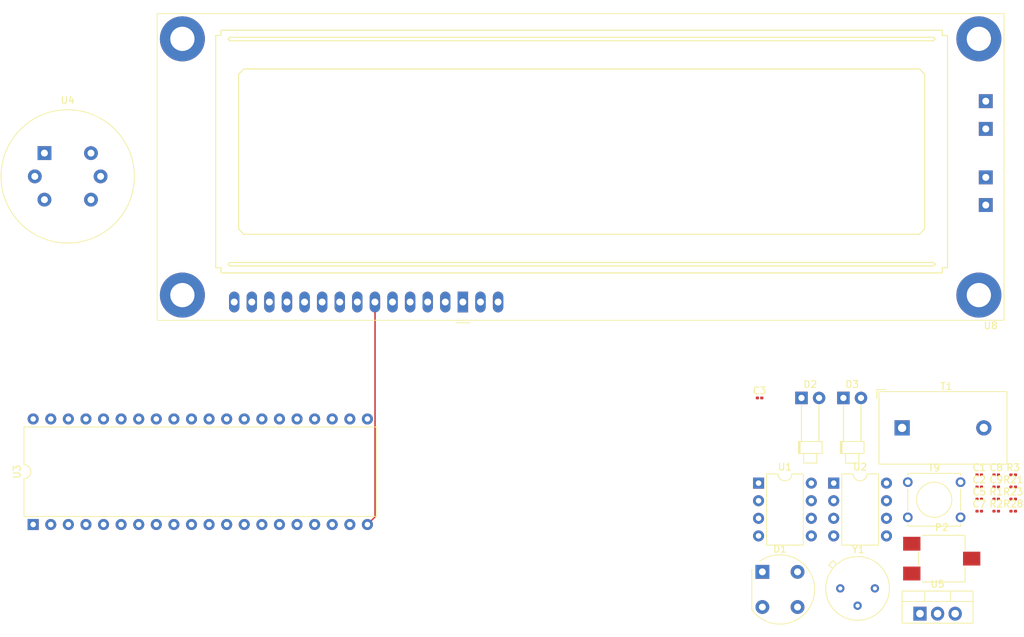
<source format=kicad_pcb>
(kicad_pcb (version 20240108) (generator "pcbnew") (generator_version "8.0")
  (layers (0 "F.Cu" signal) (31 "B.Cu" signal) (34 "B.Paste" user) (35 "F.Paste" user) (36 "B.SilkS" user "B.Silkscreen") (37 "F.SilkS" user "F.Silkscreen") (38 "B.Mask" user) (39 "F.Mask" user) (44 "Edge.Cuts" user))
  (net 0 "")
  (net 2 "Net-(D1-+)")
  (net 3 "Net-(U3-VCC)")
  (net 11 "Net-(U3-~{RESET})")
  (net 14 "Net-(C8-Pad1)")
  (net 17 "Net-(C9-Pad1)")
  (net 18 "Net-(U3-PC6)")
  (net 21 "Net-(T1-SA)")
  (net 23 "Net-(U3-PC4)")
  (net 28 "Net-(U3-PA2)")
  (net 30 "Net-(T1-SB)")
  (net 32 "Net-(U3-PC7)")
  (net 35 "Net-(U3-PD6)")
  (net 39 "Net-(U3-PC5)")
  (net 40 "Net-(D2-A)")
  (net 41 "Net-(D2-K)")
  (net 42 "Net-(D3-A)")
  (net 43 "Net-(D3-K)")
  (net 44 "Net-(U3-PA7)")
  (net 45 "Net-(R23-Pad1)")
  (net 46 "GND")
  (net 47 "Net-(U8-A{slash}VEE)")
  (net 52 "220V")
  (net 55 "Net-(U3-XTAL1)")
  (footprint "Resistor_SMD:R_0201_0603Metric" (layer "F.Cu") (at 187.38 89.45)
    (property "Reference" "R3" (at 0 -1.05 0) (layer "F.SilkS"))
    (property "Value" "10k")
    (pad "1" smd roundrect (at -0.32 0) (size 0.46 0.4) (layers "F.Cu" "F.Mask") (net 43 "Net-(D3-K)"))
    (pad "2" smd roundrect (at 0.32 0) (size 0.46 0.4) (layers "F.Cu" "F.Mask") (net 46 "GND"))
  )
  (footprint "Display:LCD-016N002L" (layer "F.Cu") (at 107.92 64.5 180)
    (property "Reference" "U8" (at -76.21 -3.41 0) (layer "F.SilkS"))
    (property "Value" "LCD-016N002L")
    (fp_line (start 44.14 -2.64) (end 44.14 41.64) (stroke (width 0.12)) (layer "F.SilkS"))
    (fp_line (start 44.14 -2.64) (end -78.14 -2.64) (stroke (width 0.12)) (layer "F.SilkS"))
    (fp_line (start 35.687 38.481) (end 35.687 4.953) (stroke (width 0.15)) (layer "F.SilkS"))
    (fp_line (start 35.687 38.481) (end 34.925 38.481) (stroke (width 0.15)) (layer "F.SilkS"))
    (fp_line (start 34.925 38.481) (end 34.925 39.243) (stroke (width 0.15)) (layer "F.SilkS"))
    (fp_line (start 34.925 4.953) (end 35.687 4.953) (stroke (width 0.15)) (layer "F.SilkS"))
    (fp_line (start 34.925 4.191) (end 34.925 4.953) (stroke (width 0.15)) (layer "F.SilkS"))
    (fp_line (start 34.925 4.191) (end -69.215 4.191) (stroke (width 0.15)) (layer "F.SilkS"))
    (fp_line (start 33.909 37.973) (end 33.655 37.719) (stroke (width 0.15)) (layer "F.SilkS"))
    (fp_line (start 33.909 5.461) (end 33.655 5.715) (stroke (width 0.15)) (layer "F.SilkS"))
    (fp_line (start 33.655 38.227) (end 33.909 37.973) (stroke (width 0.15)) (layer "F.SilkS"))
    (fp_line (start 33.655 37.719) (end -67.945 37.719) (stroke (width 0.15)) (layer "F.SilkS"))
    (fp_line (start 33.655 5.207) (end 33.909 5.461) (stroke (width 0.15)) (layer "F.SilkS"))
    (fp_line (start 33.655 5.207) (end -67.945 5.207) (stroke (width 0.15)) (layer "F.SilkS"))
    (fp_line (start 32.385 32.893) (end 31.623 33.655) (stroke (width 0.15)) (layer "F.SilkS"))
    (fp_line (start 32.385 10.541) (end 32.385 32.893) (stroke (width 0.15)) (layer "F.SilkS"))
    (fp_line (start 31.623 33.655) (end -65.913 33.655) (stroke (width 0.15)) (layer "F.SilkS"))
    (fp_line (start 31.623 9.779) (end 32.385 10.541) (stroke (width 0.15)) (layer "F.SilkS"))
    (fp_line (start -1 -3) (end 1 -3) (stroke (width 0.12)) (layer "F.SilkS"))
    (fp_line (start -65.913 33.655) (end -66.675 32.893) (stroke (width 0.15)) (layer "F.SilkS"))
    (fp_line (start -65.913 9.779) (end 31.623 9.779) (stroke (width 0.15)) (layer "F.SilkS"))
    (fp_line (start -66.675 32.893) (end -66.675 10.541) (stroke (width 0.15)) (layer "F.SilkS"))
    (fp_line (start -66.675 10.541) (end -65.913 9.779) (stroke (width 0.15)) (layer "F.SilkS"))
    (fp_line (start -67.945 38.227) (end 33.655 38.227) (stroke (width 0.15)) (layer "F.SilkS"))
    (fp_line (start -67.945 37.719) (end -68.199 37.973) (stroke (width 0.15)) (layer "F.SilkS"))
    (fp_line (start -67.945 5.715) (end 33.655 5.715) (stroke (width 0.15)) (layer "F.SilkS"))
    (fp_line (start -67.945 5.207) (end -68.199 5.461) (stroke (width 0.15)) (layer "F.SilkS"))
    (fp_line (start -68.199 37.973) (end -67.945 38.227) (stroke (width 0.15)) (layer "F.SilkS"))
    (fp_line (start -68.199 5.461) (end -67.945 5.715) (stroke (width 0.15)) (layer "F.SilkS"))
    (fp_line (start -69.215 39.243) (end 34.925 39.243) (stroke (width 0.15)) (layer "F.SilkS"))
    (fp_line (start -69.215 39.243) (end -69.215 38.481) (stroke (width 0.15)) (layer "F.SilkS"))
    (fp_line (start -69.215 38.481) (end -69.977 38.481) (stroke (width 0.15)) (layer "F.SilkS"))
    (fp_line (start -69.215 4.953) (end -69.977 4.953) (stroke (width 0.15)) (layer "F.SilkS"))
    (fp_line (start -69.215 4.191) (end -69.215 4.953) (stroke (width 0.15)) (layer "F.SilkS"))
    (fp_line (start -69.977 4.953) (end -69.977 38.481) (stroke (width 0.15)) (layer "F.SilkS"))
    (fp_line (start -78.14 41.64) (end 44.14 41.64) (stroke (width 0.12)) (layer "F.SilkS"))
    (fp_line (start -78.14 -2.64) (end -78.14 41.64) (stroke (width 0.12)) (layer "F.SilkS"))
    (pad "" thru_hole circle (at -74.5 1) (size 6.5 6.5) (drill 3.5) (layers "*.Cu" "*.Mask"))
    (pad "" thru_hole circle (at -74.5 38) (size 6.5 6.5) (drill 3.5) (layers "*.Cu" "*.Mask"))
    (pad "" thru_hole circle (at 40.5 1) (size 6.5 6.5) (drill 3.5) (layers "*.Cu" "*.Mask"))
    (pad "" thru_hole circle (at 40.5 38) (size 6.5 6.5) (drill 3.5) (layers "*.Cu" "*.Mask"))
    (pad "1" thru_hole rect (at 0 0) (size 1.5 3) (drill 1) (layers "*.Cu" "*.Mask") (net 46 "GND"))
    (pad "2" thru_hole oval (at 2.54 0) (size 1.5 3) (drill 1) (layers "*.Cu" "*.Mask") (net 3 "Net-(U3-VCC)"))
    (pad "3" thru_hole oval (at 5.08 0) (size 1.5 3) (drill 1) (layers "*.Cu" "*.Mask"))
    (pad "4" thru_hole oval (at 7.62 0) (size 1.5 3) (drill 1) (layers "*.Cu" "*.Mask") (net 28 "Net-(U3-PA2)"))
    (pad "5" thru_hole oval (at 10.16 0) (size 1.5 3) (drill 1) (layers "*.Cu" "*.Mask") (net 46 "GND"))
    (pad "6" thru_hole oval (at 12.7 0) (size 1.5 3) (drill 1) (layers "*.Cu" "*.Mask") (net 35 "Net-(U3-PD6)"))
    (pad "7" thru_hole oval (at 15.24 0) (size 1.5 3) (drill 1) (layers "*.Cu" "*.Mask") (net 46 "GND"))
    (pad "8" thru_hole oval (at 17.78 0) (size 1.5 3) (drill 1) (layers "*.Cu" "*.Mask") (net 46 "GND"))
    (pad "9" thru_hole oval (at 20.32 0) (size 1.5 3) (drill 1) (layers "*.Cu" "*.Mask") (net 46 "GND"))
    (pad "10" thru_hole oval (at 22.86 0) (size 1.5 3) (drill 1) (layers "*.Cu" "*.Mask") (net 46 "GND"))
    (pad "11" thru_hole oval (at 25.4 0) (size 1.5 3) (drill 1) (layers "*.Cu" "*.Mask") (net 23 "Net-(U3-PC4)"))
    (pad "12" thru_hole oval (at 27.94 0) (size 1.5 3) (drill 1) (layers "*.Cu" "*.Mask") (net 39 "Net-(U3-PC5)"))
    (pad "13" thru_hole oval (at 30.48 0) (size 1.5 3) (drill 1) (layers "*.Cu" "*.Mask") (net 18 "Net-(U3-PC6)"))
    (pad "14" thru_hole oval (at 33.02 0) (size 1.5 3) (drill 1) (layers "*.Cu" "*.Mask") (net 32 "Net-(U3-PC7)"))
    (pad "15" thru_hole oval (at -2.54 0) (size 1.5 3) (drill 1) (layers "*.Cu" "*.Mask") (net 47 "Net-(U8-A{slash}VEE)"))
    (pad "16" thru_hole oval (at -5.08 0) (size 1.5 3) (drill 1) (layers "*.Cu" "*.Mask"))
    (pad "A1" thru_hole rect (at -75.5 14) (size 2 2) (drill 1) (layers "*.Cu" "*.Mask"))
    (pad "A2" thru_hole rect (at -75.5 25) (size 2 2) (drill 1) (layers "*.Cu" "*.Mask"))
    (pad "K1" thru_hole rect (at -75.5 18) (size 2 2) (drill 1) (layers "*.Cu" "*.Mask"))
    (pad "K2" thru_hole rect (at -75.5 29) (size 2 2) (drill 1) (layers "*.Cu" "*.Mask"))
  )
  (footprint "Resistor_SMD:R_0201_0603Metric" (layer "F.Cu") (at 184.93 94.7)
    (property "Reference" "R2" (at 0 -1.05 0) (layer "F.SilkS"))
    (property "Value" "10k")
    (pad "1" smd roundrect (at -0.32 0) (size 0.46 0.4) (layers "F.Cu" "F.Mask") (net 46 "GND"))
    (pad "2" smd roundrect (at 0.32 0) (size 0.46 0.4) (layers "F.Cu" "F.Mask") (net 41 "Net-(D2-K)"))
  )
  (footprint "Capacitor_SMD:C_0201_0603Metric" (layer "F.Cu") (at 182.48 94.7)
    (property "Reference" "C7" (at 0 -1.05 0) (layer "F.SilkS"))
    (property "Value" "100nF")
    (pad "1" smd roundrect (at -0.32 0) (size 0.46 0.4) (layers "F.Cu" "F.Mask") (net 3 "Net-(U3-VCC)"))
    (pad "2" smd roundrect (at 0.32 0) (size 0.46 0.4) (layers "F.Cu" "F.Mask") (net 46 "GND"))
  )
  (footprint "Package_DIP:DIP-40_W15.24mm" (layer "F.Cu") (at 45.875 96.625 90)
    (property "Reference" "U3" (at 7.62 -2.33 90) (layer "F.SilkS"))
    (property "Value" "ATmega32L-8P")
    (fp_line (start 14.08 -1.33) (end 8.62 -1.33) (stroke (width 0.12)) (layer "F.SilkS"))
    (fp_line (start 6.62 -1.33) (end 1.16 -1.33) (stroke (width 0.12)) (layer "F.SilkS"))
    (fp_line (start 1.16 -1.33) (end 1.16 49.59) (stroke (width 0.12)) (layer "F.SilkS"))
    (fp_line (start 14.08 49.59) (end 14.08 -1.33) (stroke (width 0.12)) (layer "F.SilkS"))
    (fp_line (start 1.16 49.59) (end 14.08 49.59) (stroke (width 0.12)) (layer "F.SilkS"))
    (fp_arc (start 8.62 -1.33) (mid 7.62 -0.33) (end 6.62 -1.33) (stroke (width 0.12)) (layer "F.SilkS"))
    (pad "1" thru_hole rect (at 0 0 90) (size 1.6 1.6) (drill 0.8) (layers "*.Cu" "*.Mask"))
    (pad "2" thru_hole oval (at 0 2.54 90) (size 1.6 1.6) (drill 0.8) (layers "*.Cu" "*.Mask"))
    (pad "3" thru_hole oval (at 0 5.08 90) (size 1.6 1.6) (drill 0.8) (layers "*.Cu" "*.Mask"))
    (pad "4" thru_hole oval (at 0 7.62 90) (size 1.6 1.6) (drill 0.8) (layers "*.Cu" "*.Mask"))
    (pad "5" thru_hole oval (at 0 10.16 90) (size 1.6 1.6) (drill 0.8) (layers "*.Cu" "*.Mask"))
    (pad "6" thru_hole oval (at 0 12.7 90) (size 1.6 1.6) (drill 0.8) (layers "*.Cu" "*.Mask"))
    (pad "7" thru_hole oval (at 0 15.24 90) (size 1.6 1.6) (drill 0.8) (layers "*.Cu" "*.Mask"))
    (pad "8" thru_hole oval (at 0 17.78 90) (size 1.6 1.6) (drill 0.8) (layers "*.Cu" "*.Mask"))
    (pad "9" thru_hole oval (at 0 20.32 90) (size 1.6 1.6) (drill 0.8) (layers "*.Cu" "*.Mask") (net 11 "Net-(U3-~{RESET})"))
    (pad "10" thru_hole oval (at 0 22.86 90) (size 1.6 1.6) (drill 0.8) (layers "*.Cu" "*.Mask") (net 3 "Net-(U3-VCC)"))
    (pad "11" thru_hole oval (at 0 25.4 90) (size 1.6 1.6) (drill 0.8) (layers "*.Cu" "*.Mask") (net 46 "GND"))
    (pad "12" thru_hole oval (at 0 27.94 90) (size 1.6 1.6) (drill 0.8) (layers "*.Cu" "*.Mask"))
    (pad "13" thru_hole oval (at 0 30.48 90) (size 1.6 1.6) (drill 0.8) (layers "*.Cu" "*.Mask") (net 55 "Net-(U3-XTAL1)"))
    (pad "14" thru_hole oval (at 0 33.02 90) (size 1.6 1.6) (drill 0.8) (layers "*.Cu" "*.Mask") (net 40 "Net-(D2-A)"))
    (pad "15" thru_hole oval (at 0 35.56 90) (size 1.6 1.6) (drill 0.8) (layers "*.Cu" "*.Mask") (net 42 "Net-(D3-A)"))
    (pad "16" thru_hole oval (at 0 38.1 90) (size 1.6 1.6) (drill 0.8) (layers "*.Cu" "*.Mask"))
    (pad "17" thru_hole oval (at 0 40.64 90) (size 1.6 1.6) (drill 0.8) (layers "*.Cu" "*.Mask"))
    (pad "18" thru_hole oval (at 0 43.18 90) (size 1.6 1.6) (drill 0.8) (layers "*.Cu" "*.Mask"))
    (pad "19" thru_hole oval (at 0 45.72 90) (size 1.6 1.6) (drill 0.8) (layers "*.Cu" "*.Mask"))
    (pad "20" thru_hole oval (at 0 48.26 90) (size 1.6 1.6) (drill 0.8) (layers "*.Cu" "*.Mask") (net 35 "Net-(U3-PD6)"))
    (pad "21" thru_hole oval (at 15.24 48.26 90) (size 1.6 1.6) (drill 0.8) (layers "*.Cu" "*.Mask"))
    (pad "22" thru_hole oval (at 15.24 45.72 90) (size 1.6 1.6) (drill 0.8) (layers "*.Cu" "*.Mask"))
    (pad "23" thru_hole oval (at 15.24 43.18 90) (size 1.6 1.6) (drill 0.8) (layers "*.Cu" "*.Mask"))
    (pad "24" thru_hole oval (at 15.24 40.64 90) (size 1.6 1.6) (drill 0.8) (layers "*.Cu" "*.Mask"))
    (pad "25" thru_hole oval (at 15.24 38.1 90) (size 1.6 1.6) (drill 0.8) (layers "*.Cu" "*.Mask"))
    (pad "26" thru_hole oval (at 15.24 35.56 90) (size 1.6 1.6) (drill 0.8) (layers "*.Cu" "*.Mask") (net 23 "Net-(U3-PC4)"))
    (pad "27" thru_hole oval (at 15.24 33.02 90) (size 1.6 1.6) (drill 0.8) (layers "*.Cu" "*.Mask") (net 39 "Net-(U3-PC5)"))
    (pad "28" thru_hole oval (at 15.24 30.48 90) (size 1.6 1.6) (drill 0.8) (layers "*.Cu" "*.Mask") (net 18 "Net-(U3-PC6)"))
    (pad "29" thru_hole oval (at 15.24 27.94 90) (size 1.6 1.6) (drill 0.8) (layers "*.Cu" "*.Mask") (net 32 "Net-(U3-PC7)"))
    (pad "30" thru_hole oval (at 15.24 25.4 90) (size 1.6 1.6) (drill 0.8) (layers "*.Cu" "*.Mask"))
    (pad "31" thru_hole oval (at 15.24 22.86 90) (size 1.6 1.6) (drill 0.8) (layers "*.Cu" "*.Mask") (net 46 "GND"))
    (pad "32" thru_hole oval (at 15.24 20.32 90) (size 1.6 1.6) (drill 0.8) (layers "*.Cu" "*.Mask"))
    (pad "33" thru_hole oval (at 15.24 17.78 90) (size 1.6 1.6) (drill 0.8) (layers "*.Cu" "*.Mask") (net 44 "Net-(U3-PA7)"))
    (pad "34" thru_hole oval (at 15.24 15.24 90) (size 1.6 1.6) (drill 0.8) (layers "*.Cu" "*.Mask"))
    (pad "35" thru_hole oval (at 15.24 12.7 90) (size 1.6 1.6) (drill 0.8) (layers "*.Cu" "*.Mask"))
    (pad "36" thru_hole oval (at 15.24 10.16 90) (size 1.6 1.6) (drill 0.8) (layers "*.Cu" "*.Mask"))
    (pad "37" thru_hole oval (at 15.24 7.62 90) (size 1.6 1.6) (drill 0.8) (layers "*.Cu" "*.Mask"))
    (pad "38" thru_hole oval (at 15.24 5.08 90) (size 1.6 1.6) (drill 0.8) (layers "*.Cu" "*.Mask") (net 28 "Net-(U3-PA2)"))
    (pad "39" thru_hole oval (at 15.24 2.54 90) (size 1.6 1.6) (drill 0.8) (layers "*.Cu" "*.Mask"))
    (pad "40" thru_hole oval (at 15.24 0 90) (size 1.6 1.6) (drill 0.8) (layers "*.Cu" "*.Mask"))
  )
  (footprint "Capacitor_SMD:C_0201_0603Metric" (layer "F.Cu") (at 184.93 91.2)
    (property "Reference" "C9" (at 0 -1.05 0) (layer "F.SilkS"))
    (property "Value" "22pF")
    (pad "1" smd roundrect (at -0.32 0) (size 0.46 0.4) (layers "F.Cu" "F.Mask") (net 17 "Net-(C9-Pad1)"))
    (pad "2" smd roundrect (at 0.32 0) (size 0.46 0.4) (layers "F.Cu" "F.Mask") (net 46 "GND"))
  )
  (footprint "Crystal:Crystal_HC35-U" (layer "F.Cu") (at 162.41 105.85)
    (property "Reference" "Y1" (at 2.6 -5.6 0) (layer "F.SilkS"))
    (property "Value" "8MHz")
    (fp_line (start -1.7 -3.4) (end -1 -4) (stroke (width 0.12)) (layer "F.SilkS"))
    (fp_line (start -1.1 -2.9) (end -1.7 -3.4) (stroke (width 0.12)) (layer "F.SilkS"))
    (fp_line (start -1 -4) (end -0.6 -3.5) (stroke (width 0.12)) (layer "F.SilkS"))
    (fp_circle (center 2.5 0) (end 7.1 0) (stroke (width 0.12)) (fill none) (layer "F.SilkS"))
    (pad "1" thru_hole circle (at 0 0) (size 1.2 1.2) (drill 0.6) (layers "*.Cu" "*.Mask") (net 14 "Net-(C8-Pad1)"))
    (pad "2" thru_hole circle (at 5 0) (size 1.2 1.2) (drill 0.6) (layers "*.Cu" "*.Mask") (net 17 "Net-(C9-Pad1)"))
    (pad "3" thru_hole circle (at 2.5 2.5) (size 1.2 1.2) (drill 0.6) (layers "*.Cu" "*.Mask"))
  )
  (footprint "Resistor_SMD:R_0201_0603Metric" (layer "F.Cu") (at 187.38 91.2)
    (property "Reference" "R21" (at 0 -1.05 0) (layer "F.SilkS"))
    (property "Value" "10k")
    (pad "1" smd roundrect (at -0.32 0) (size 0.46 0.4) (layers "F.Cu" "F.Mask") (net 3 "Net-(U3-VCC)"))
    (pad "2" smd roundrect (at 0.32 0) (size 0.46 0.4) (layers "F.Cu" "F.Mask") (net 11 "Net-(U3-~{RESET})"))
  )
  (footprint "Diode_THT:Diode_Bridge_Round_D9.8mm" (layer "F.Cu") (at 151.16 103.46)
    (property "Reference" "D1" (at 2.54 -3.302 0) (layer "F.SilkS"))
    (property "Value" "W01G")
    (fp_line (start -1.524 -0.381) (end -1.524 5.461) (stroke (width 0.12)) (layer "F.SilkS"))
    (fp_arc (start -0.381 -1.524) (mid 7.479141 3.348223) (end -1.524 5.461) (stroke (width 0.12)) (layer "F.SilkS"))
    (pad "1" thru_hole rect (at 0 0) (size 2 2) (drill 1) (layers "*.Cu" "*.Mask") (net 30 "Net-(T1-SB)"))
    (pad "2" thru_hole oval (at 0 5.08) (size 2 2) (drill 1) (layers "*.Cu" "*.Mask") (net 46 "GND"))
    (pad "3" thru_hole oval (at 5.08 5.08) (size 2 2) (drill 1) (layers "*.Cu" "*.Mask") (net 21 "Net-(T1-SA)"))
    (pad "4" thru_hole oval (at 5.08 0) (size 2 2) (drill 1) (layers "*.Cu" "*.Mask") (net 2 "Net-(D1-+)"))
  )
  (footprint "LED_THT:LED_D1.8mm_W1.8mm_H2.4mm_Horizontal_O6.35mm_Z8.2mm" (layer "F.Cu") (at 156.81 78.35)
    (property "Reference" "D2" (at 1.27 -1.96 0) (layer "F.SilkS"))
    (property "Value" "~")
    (fp_line (start -0.44 6.29) (end -0.44 8.01) (stroke (width 0.12)) (layer "F.SilkS"))
    (fp_line (start -0.44 8.01) (end 2.98 8.01) (stroke (width 0.12)) (layer "F.SilkS"))
    (fp_line (start -0.32 6.29) (end -0.32 8.01) (stroke (width 0.12)) (layer "F.SilkS"))
    (fp_line (start -0.2 6.29) (end -0.2 8.01) (stroke (width 0.12)) (layer "F.SilkS"))
    (fp_line (start 0 1.08) (end 0 1.08) (stroke (width 0.12)) (layer "F.SilkS"))
    (fp_line (start 0 1.08) (end 0 6.29) (stroke (width 0.12)) (layer "F.SilkS"))
    (fp_line (start 0 6.29) (end 0 1.08) (stroke (width 0.12)) (layer "F.SilkS"))
    (fp_line (start 0 6.29) (end 0 6.29) (stroke (width 0.12)) (layer "F.SilkS"))
    (fp_line (start 0.31 8.01) (end 0.31 9.41) (stroke (width 0.12)) (layer "F.SilkS"))
    (fp_line (start 0.31 9.41) (end 2.23 9.41) (stroke (width 0.12)) (layer "F.SilkS"))
    (fp_line (start 2.23 8.01) (end 0.31 8.01) (stroke (width 0.12)) (layer "F.SilkS"))
    (fp_line (start 2.23 9.41) (end 2.23 8.01) (stroke (width 0.12)) (layer "F.SilkS"))
    (fp_line (start 2.54 1.08) (end 2.54 1.08) (stroke (width 0.12)) (layer "F.SilkS"))
    (fp_line (start 2.54 1.08) (end 2.54 6.29) (stroke (width 0.12)) (layer "F.SilkS"))
    (fp_line (start 2.54 6.29) (end 2.54 1.08) (stroke (width 0.12)) (layer "F.SilkS"))
    (fp_line (start 2.54 6.29) (end 2.54 6.29) (stroke (width 0.12)) (layer "F.SilkS"))
    (fp_line (start 2.98 6.29) (end -0.44 6.29) (stroke (width 0.12)) (layer "F.SilkS"))
    (fp_line (start 2.98 8.01) (end 2.98 6.29) (stroke (width 0.12)) (layer "F.SilkS"))
    (pad "1" thru_hole rect (at 0 0) (size 1.8 1.8) (drill 0.9) (layers "*.Cu" "*.Mask") (net 41 "Net-(D2-K)"))
    (pad "2" thru_hole circle (at 2.54 0) (size 1.8 1.8) (drill 0.9) (layers "*.Cu" "*.Mask") (net 40 "Net-(D2-A)"))
  )
  (footprint "Package_DIP:DIP-8_W7.62mm" (layer "F.Cu") (at 161.46 90.65)
    (property "Reference" "U2" (at 3.81 -2.33 0) (layer "F.SilkS"))
    (property "Value" "74AUC2GU04")
    (fp_line (start 1.16 -1.33) (end 1.16 8.95) (stroke (width 0.12)) (layer "F.SilkS"))
    (fp_line (start 1.16 8.95) (end 6.46 8.95) (stroke (width 0.12)) (layer "F.SilkS"))
    (fp_line (start 2.81 -1.33) (end 1.16 -1.33) (stroke (width 0.12)) (layer "F.SilkS"))
    (fp_line (start 6.46 -1.33) (end 4.81 -1.33) (stroke (width 0.12)) (layer "F.SilkS"))
    (fp_line (start 6.46 8.95) (end 6.46 -1.33) (stroke (width 0.12)) (layer "F.SilkS"))
    (fp_arc (start 4.81 -1.33) (mid 3.81 -0.33) (end 2.81 -1.33) (stroke (width 0.12)) (layer "F.SilkS"))
    (pad "1" thru_hole rect (at 0 0) (size 1.6 1.6) (drill 0.8) (layers "*.Cu" "*.Mask") (net 17 "Net-(C9-Pad1)"))
    (pad "2" thru_hole oval (at 0 2.54) (size 1.6 1.6) (drill 0.8) (layers "*.Cu" "*.Mask"))
    (pad "3" thru_hole oval (at 0 5.08) (size 1.6 1.6) (drill 0.8) (layers "*.Cu" "*.Mask"))
    (pad "4" thru_hole oval (at 0 7.62) (size 1.6 1.6) (drill 0.8) (layers "*.Cu" "*.Mask"))
    (pad "5" thru_hole oval (at 7.62 7.62) (size 1.6 1.6) (drill 0.8) (layers "*.Cu" "*.Mask"))
    (pad "6" thru_hole oval (at 7.62 5.08) (size 1.6 1.6) (drill 0.8) (layers "*.Cu" "*.Mask") (net 45 "Net-(R23-Pad1)"))
    (pad "7" thru_hole oval (at 7.62 2.54) (size 1.6 1.6) (drill 0.8) (layers "*.Cu" "*.Mask"))
    (pad "8" thru_hole oval (at 7.62 0) (size 1.6 1.6) (drill 0.8) (layers "*.Cu" "*.Mask"))
  )
  (footprint "Transformer_THT:Transformer_Zeming_ZMCT103C" (layer "F.Cu") (at 171.335 82.675)
    (property "Reference" "T1" (at 6.39 -6 0) (layer "F.SilkS"))
    (property "Value" "Transformer_1P_1S")
    (fp_line (start -3.64 -5.54) (end -2.34 -5.54) (stroke (width 0.12)) (layer "F.SilkS"))
    (fp_line (start -3.64 -4.24) (end -3.64 -5.54) (stroke (width 0.12)) (layer "F.SilkS"))
    (fp_rect (start -3.34 -5.24) (end 15.14 5.24) (stroke (width 0.12)) (fill none) (layer "F.SilkS"))
    (pad "1" thru_hole rect (at 0 0) (size 2.2 2.2) (drill 1.2) (layers "*.Cu" "*.Mask") (net 52 "220V"))
    (pad "2" thru_hole circle (at 11.8 0) (size 2.2 2.2) (drill 1.2) (layers "*.Cu" "*.Mask"))
  )
  (footprint "Button_Switch_THT:SW_Tactile_Straight_KSA0Axx1LFTR" (layer "F.Cu") (at 172.16 90.51)
    (property "Reference" "T9" (at 3.81 -2.08 0) (layer "F.SilkS"))
    (property "Value" "SW_Push")
    (fp_line (start 0 -1.27) (end 0 -0.97) (stroke (width 0.12)) (layer "F.SilkS"))
    (fp_line (start 0 -1.27) (end 7.62 -1.27) (stroke (width 0.12)) (layer "F.SilkS"))
    (fp_line (start 0 0.97) (end 0 4.11) (stroke (width 0.12)) (layer "F.SilkS"))
    (fp_line (start 0 6.05) (end 0 6.35) (stroke (width 0.12)) (layer "F.SilkS"))
    (fp_line (start 7.62 -1.27) (end 7.62 -0.97) (stroke (width 0.12)) (layer "F.SilkS"))
    (fp_line (start 7.62 0.97) (end 7.62 4.11) (stroke (width 0.12)) (layer "F.SilkS"))
    (fp_line (start 7.62 6.05) (end 7.62 6.35) (stroke (width 0.12)) (layer "F.SilkS"))
    (fp_line (start 7.62 6.35) (end 0 6.35) (stroke (width 0.12)) (layer "F.SilkS"))
    (fp_circle (center 3.81 2.54) (end 3.81 0) (stroke (width 0.12)) (fill none) (layer "F.SilkS"))
    (pad "1" thru_hole circle (at 0 0) (size 1.397 1.397) (drill 0.8128) (layers "*.Cu" "*.Mask") (net 46 "GND"))
    (pad "1" thru_hole circle (at 7.62 0) (size 1.397 1.397) (drill 0.8128) (layers "*.Cu" "*.Mask") (net 46 "GND"))
    (pad "2" thru_hole circle (at 0 5.08) (size 1.397 1.397) (drill 0.8128) (layers "*.Cu" "*.Mask") (net 11 "Net-(U3-~{RESET})"))
    (pad "2" thru_hole circle (at 7.62 5.08) (size 1.397 1.397) (drill 0.8128) (layers "*.Cu" "*.Mask") (net 11 "Net-(U3-~{RESET})"))
  )
  (footprint "Potentiometer_SMD:Potentiometer_ACP_CA6-VSMD_Vertical" (layer "F.Cu") (at 177.06 101.55)
    (property "Reference" "P2" (at 0 -4.5 0) (layer "F.SilkS"))
    (property "Value" "10k")
    (fp_line (start -3.37 -0.909) (end -3.37 0.91) (stroke (width 0.12)) (layer "F.SilkS"))
    (fp_line (start -2.834 -3.371) (end 3.37 -3.371) (stroke (width 0.12)) (layer "F.SilkS"))
    (fp_line (start -2.834 3.37) (end 3.37 3.37) (stroke (width 0.12)) (layer "F.SilkS"))
    (fp_line (start 3.37 -3.371) (end 3.37 -1.24) (stroke (width 0.12)) (layer "F.SilkS"))
    (fp_line (start 3.37 1.24) (end 3.37 3.37) (stroke (width 0.12)) (layer "F.SilkS"))
    (pad "1" smd rect (at -4.325 2.15) (size 2.5 2) (layers "F.Cu" "F.Paste" "F.Mask") (net 46 "GND"))
    (pad "2" smd rect (at 4.325 0) (size 2.5 2) (layers "F.Cu" "F.Paste" "F.Mask") (net 47 "Net-(U8-A{slash}VEE)"))
    (pad "3" smd rect (at -4.325 -2.15) (size 2.5 2) (layers "F.Cu" "F.Paste" "F.Mask") (net 3 "Net-(U3-VCC)"))
  )
  (footprint "Sensor:MQ-6" (layer "F.Cu") (at 47.5 43)
    (property "Reference" "U4" (at 3.36 -7.64 0) (layer "F.SilkS"))
    (property "Value" "MQ-6")
    (fp_circle (center 3.36 3.36) (end 12.985 3.36) (stroke (width 0.12)) (fill none) (layer "F.SilkS"))
    (pad "1" thru_hole rect (at 0 0) (size 2 2) (drill 1) (layers "*.Cu" "*.Mask") (net 44 "Net-(U3-PA7)"))
    (pad "2" thru_hole circle (at -1.39 3.36) (size 2 2) (drill 1) (layers "*.Cu" "*.Mask") (net 3 "Net-(U3-VCC)"))
    (pad "3" thru_hole circle (at 0 6.72 90) (size 2 2) (drill 1) (layers "*.Cu" "*.Mask") (net 44 "Net-(U3-PA7)"))
    (pad "4" thru_hole circle (at 6.72 6.72 180) (size 2 2) (drill 1) (layers "*.Cu" "*.Mask") (net 3 "Net-(U3-VCC)"))
    (pad "5" thru_hole circle (at 8.11 3.36) (size 2 2) (drill 1) (layers "*.Cu" "*.Mask") (net 46 "GND"))
    (pad "6" thru_hole circle (at 6.72 0 270) (size 2 2) (drill 1) (layers "*.Cu" "*.Mask") (net 3 "Net-(U3-VCC)"))
  )
  (footprint "LED_THT:LED_D1.8mm_W1.8mm_H2.4mm_Horizontal_O6.35mm_Z8.2mm" (layer "F.Cu") (at 162.86 78.35)
    (property "Reference" "D3" (at 1.27 -1.96 0) (layer "F.SilkS"))
    (property "Value" "~")
    (fp_line (start -0.44 6.29) (end -0.44 8.01) (stroke (width 0.12)) (layer "F.SilkS"))
    (fp_line (start -0.44 8.01) (end 2.98 8.01) (stroke (width 0.12)) (layer "F.SilkS"))
    (fp_line (start -0.32 6.29) (end -0.32 8.01) (stroke (width 0.12)) (layer "F.SilkS"))
    (fp_line (start -0.2 6.29) (end -0.2 8.01) (stroke (width 0.12)) (layer "F.SilkS"))
    (fp_line (start 0 1.08) (end 0 1.08) (stroke (width 0.12)) (layer "F.SilkS"))
    (fp_line (start 0 1.08) (end 0 6.29) (stroke (width 0.12)) (layer "F.SilkS"))
    (fp_line (start 0 6.29) (end 0 1.08) (stroke (width 0.12)) (layer "F.SilkS"))
    (fp_line (start 0 6.29) (end 0 6.29) (stroke (width 0.12)) (layer "F.SilkS"))
    (fp_line (start 0.31 8.01) (end 0.31 9.41) (stroke (width 0.12)) (layer "F.SilkS"))
    (fp_line (start 0.31 9.41) (end 2.23 9.41) (stroke (width 0.12)) (layer "F.SilkS"))
    (fp_line (start 2.23 8.01) (end 0.31 8.01) (stroke (width 0.12)) (layer "F.SilkS"))
    (fp_line (start 2.23 9.41) (end 2.23 8.01) (stroke (width 0.12)) (layer "F.SilkS"))
    (fp_line (start 2.54 1.08) (end 2.54 1.08) (stroke (width 0.12)) (layer "F.SilkS"))
    (fp_line (start 2.54 1.08) (end 2.54 6.29) (stroke (width 0.12)) (layer "F.SilkS"))
    (fp_line (start 2.54 6.29) (end 2.54 1.08) (stroke (width 0.12)) (layer "F.SilkS"))
    (fp_line (start 2.54 6.29) (end 2.54 6.29) (stroke (width 0.12)) (layer "F.SilkS"))
    (fp_line (start 2.98 6.29) (end -0.44 6.29) (stroke (width 0.12)) (layer "F.SilkS"))
    (fp_line (start 2.98 8.01) (end 2.98 6.29) (stroke (width 0.12)) (layer "F.SilkS"))
    (pad "1" thru_hole rect (at 0 0) (size 1.8 1.8) (drill 0.9) (layers "*.Cu" "*.Mask") (net 43 "Net-(D3-K)"))
    (pad "2" thru_hole circle (at 2.54 0) (size 1.8 1.8) (drill 0.9) (layers "*.Cu" "*.Mask") (net 42 "Net-(D3-A)"))
  )
  (footprint "Capacitor_SMD:C_0201_0603Metric" (layer "F.Cu") (at 184.93 89.45)
    (property "Reference" "C8" (at 0 -1.05 0) (layer "F.SilkS"))
    (property "Value" "22pF")
    (pad "1" smd roundrect (at -0.32 0) (size 0.46 0.4) (layers "F.Cu" "F.Mask") (net 14 "Net-(C8-Pad1)"))
    (pad "2" smd roundrect (at 0.32 0) (size 0.46 0.4) (layers "F.Cu" "F.Mask") (net 46 "GND"))
  )
  (footprint "Package_TO_SOT_THT:TO-220-3_Vertical" (layer "F.Cu") (at 173.92 109.5)
    (property "Reference" "U5" (at 2.54 -4.27 0) (layer "F.SilkS"))
    (property "Value" "LM7805_TO220")
    (fp_line (start -2.58 -3.27) (end -2.58 1.371) (stroke (width 0.12)) (layer "F.SilkS"))
    (fp_line (start -2.58 -3.27) (end 7.66 -3.27) (stroke (width 0.12)) (layer "F.SilkS"))
    (fp_line (start -2.58 -1.76) (end 7.66 -1.76) (stroke (width 0.12)) (layer "F.SilkS"))
    (fp_line (start -2.58 1.371) (end 7.66 1.371) (stroke (width 0.12)) (layer "F.SilkS"))
    (fp_line (start 0.69 -3.27) (end 0.69 -1.76) (stroke (width 0.12)) (layer "F.SilkS"))
    (fp_line (start 4.391 -3.27) (end 4.391 -1.76) (stroke (width 0.12)) (layer "F.SilkS"))
    (fp_line (start 7.66 -3.27) (end 7.66 1.371) (stroke (width 0.12)) (layer "F.SilkS"))
    (pad "1" thru_hole rect (at 0 0) (size 1.905 2) (drill 1.1) (layers "*.Cu" "*.Mask") (net 2 "Net-(D1-+)"))
    (pad "2" thru_hole oval (at 2.54 0) (size 1.905 2) (drill 1.1) (layers "*.Cu" "*.Mask") (net 46 "GND"))
    (pad "3" thru_hole oval (at 5.08 0) (size 1.905 2) (drill 1.1) (layers "*.Cu" "*.Mask") (net 3 "Net-(U3-VCC)"))
  )
  (footprint "Resistor_SMD:R_0201_0603Metric" (layer "F.Cu") (at 182.48 92.95)
    (property "Reference" "C5" (at 0 -1.05 0) (layer "F.SilkS"))
    (property "Value" "100nF")
    (pad "1" smd roundrect (at -0.32 0) (size 0.46 0.4) (layers "F.Cu" "F.Mask") (net 11 "Net-(U3-~{RESET})"))
    (pad "2" smd roundrect (at 0.32 0) (size 0.46 0.4) (layers "F.Cu" "F.Mask") (net 46 "GND"))
  )
  (footprint "Package_DIP:DIP-8_W7.62mm" (layer "F.Cu") (at 150.61 90.65)
    (property "Reference" "U1" (at 3.81 -2.33 0) (layer "F.SilkS"))
    (property "Value" "74AUC2GU04")
    (fp_line (start 1.16 -1.33) (end 1.16 8.95) (stroke (width 0.12)) (layer "F.SilkS"))
    (fp_line (start 1.16 8.95) (end 6.46 8.95) (stroke (width 0.12)) (layer "F.SilkS"))
    (fp_line (start 2.81 -1.33) (end 1.16 -1.33) (stroke (width 0.12)) (layer "F.SilkS"))
    (fp_line (start 6.46 -1.33) (end 4.81 -1.33) (stroke (width 0.12)) (layer "F.SilkS"))
    (fp_line (start 6.46 8.95) (end 6.46 -1.33) (stroke (width 0.12)) (layer "F.SilkS"))
    (fp_arc (start 4.81 -1.33) (mid 3.81 -0.33) (end 2.81 -1.33) (stroke (width 0.12)) (layer "F.SilkS"))
    (pad "1" thru_hole rect (at 0 0) (size 1.6 1.6) (drill 0.8) (layers "*.Cu" "*.Mask") (net 45 "Net-(R23-Pad1)"))
    (pad "2" thru_hole oval (at 0 2.54) (size 1.6 1.6) (drill 0.8) (layers "*.Cu" "*.Mask"))
    (pad "3" thru_hole oval (at 0 5.08) (size 1.6 1.6) (drill 0.8) (layers "*.Cu" "*.Mask"))
    (pad "4" thru_hole oval (at 0 7.62) (size 1.6 1.6) (drill 0.8) (layers "*.Cu" "*.Mask"))
    (pad "5" thru_hole oval (at 7.62 7.62) (size 1.6 1.6) (drill 0.8) (layers "*.Cu" "*.Mask"))
    (pad "6" thru_hole oval (at 7.62 5.08) (size 1.6 1.6) (drill 0.8) (layers "*.Cu" "*.Mask") (net 55 "Net-(U3-XTAL1)"))
    (pad "7" thru_hole oval (at 7.62 2.54) (size 1.6 1.6) (drill 0.8) (layers "*.Cu" "*.Mask"))
    (pad "8" thru_hole oval (at 7.62 0) (size 1.6 1.6) (drill 0.8) (layers "*.Cu" "*.Mask"))
  )
  (footprint "Capacitor_SMD:C_0201_0603Metric" (layer "F.Cu") (at 182.48 89.45)
    (property "Reference" "C1" (at 0 -1.05 0) (layer "F.SilkS"))
    (property "Value" "100uF")
    (pad "1" smd roundrect (at -0.32 0) (size 0.46 0.4) (layers "F.Cu" "F.Mask") (net 2 "Net-(D1-+)"))
    (pad "2" smd roundrect (at 0.32 0) (size 0.46 0.4) (layers "F.Cu" "F.Mask") (net 46 "GND"))
  )
  (footprint "Resistor_SMD:R_0201_0603Metric" (layer "F.Cu") (at 187.38 92.95)
    (property "Reference" "R23" (at 0 -1.05 0) (layer "F.SilkS"))
    (property "Value" "1M")
    (pad "1" smd roundrect (at -0.32 0) (size 0.46 0.4) (layers "F.Cu" "F.Mask") (net 45 "Net-(R23-Pad1)"))
    (pad "2" smd roundrect (at 0.32 0) (size 0.46 0.4) (layers "F.Cu" "F.Mask") (net 17 "Net-(C9-Pad1)"))
  )
  (footprint "Capacitor_SMD:C_0201_0603Metric" (layer "F.Cu") (at 182.48 91.2)
    (property "Reference" "C2" (at 0 -1.05 0) (layer "F.SilkS"))
    (property "Value" "100nF")
    (pad "1" smd roundrect (at -0.32 0) (size 0.46 0.4) (layers "F.Cu" "F.Mask") (net 3 "Net-(U3-VCC)"))
    (pad "2" smd roundrect (at 0.32 0) (size 0.46 0.4) (layers "F.Cu" "F.Mask") (net 46 "GND"))
  )
  (footprint "Resistor_SMD:R_0201_0603Metric" (layer "F.Cu") (at 184.93 92.95)
    (property "Reference" "R1" (at 0 -1.05 0) (layer "F.SilkS"))
    (property "Value" "10k")
    (pad "1" smd roundrect (at -0.32 0) (size 0.46 0.4) (layers "F.Cu" "F.Mask") (net 44 "Net-(U3-PA7)"))
    (pad "2" smd roundrect (at 0.32 0) (size 0.46 0.4) (layers "F.Cu" "F.Mask") (net 46 "GND"))
  )
  (footprint "Capacitor_SMD:C_0201_0603Metric" (layer "F.Cu") (at 150.76 78.35)
    (property "Reference" "C3" (at 0 -1.05 0) (layer "F.SilkS"))
    (property "Value" "10uF")
    (pad "1" smd roundrect (at -0.32 0) (size 0.46 0.4) (layers "F.Cu" "F.Mask") (net 3 "Net-(U3-VCC)"))
    (pad "2" smd roundrect (at 0.32 0) (size 0.46 0.4) (layers "F.Cu" "F.Mask") (net 46 "GND"))
  )
  (footprint "Resistor_SMD:R_0201_0603Metric" (layer "F.Cu") (at 187.38 94.7)
    (property "Reference" "R28" (at 0 -1.05 0) (layer "F.SilkS"))
    (property "Value" "1K")
    (pad "1" smd roundrect (at -0.32 0) (size 0.46 0.4) (layers "F.Cu" "F.Mask") (net 45 "Net-(R23-Pad1)"))
    (pad "2" smd roundrect (at 0.32 0) (size 0.46 0.4) (layers "F.Cu" "F.Mask") (net 14 "Net-(C8-Pad1)"))
  )
  (segment (start 95.235 64.515) (end 95.235 95.525) (width 0.2) (layer "F.Cu") (net 35))
  (segment (start 95.235 95.525) (end 94.135 96.625) (width 0.2) (layer "F.Cu") (net 35))
  (segment (start 95.22 64.5) (end 95.235 64.515) (width 0.2) (layer "F.Cu") (net 35))
)
</source>
